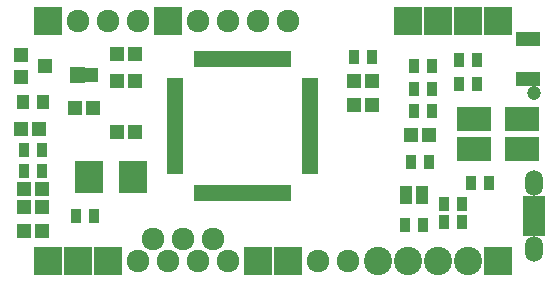
<source format=gbr>
G04 #@! TF.FileFunction,Soldermask,Top*
%FSLAX46Y46*%
G04 Gerber Fmt 4.6, Leading zero omitted, Abs format (unit mm)*
G04 Created by KiCad (PCBNEW 4.0.6) date 07/20/17 15:58:59*
%MOMM*%
%LPD*%
G01*
G04 APERTURE LIST*
%ADD10C,0.100000*%
%ADD11R,1.200000X1.150000*%
%ADD12R,1.000000X1.200000*%
%ADD13R,2.400000X2.400000*%
%ADD14R,2.398980X2.398980*%
%ADD15R,2.400000X2.398980*%
%ADD16C,2.398980*%
%ADD17C,1.924000*%
%ADD18R,0.900000X1.300000*%
%ADD19R,1.400000X0.650000*%
%ADD20R,0.650000X1.400000*%
%ADD21R,1.300000X1.200000*%
%ADD22R,2.100000X1.300000*%
%ADD23R,2.900000X2.100000*%
%ADD24R,1.400000X1.300000*%
%ADD25C,1.200000*%
%ADD26R,2.400000X2.800000*%
%ADD27R,1.000000X1.500000*%
%ADD28R,1.900000X0.850000*%
%ADD29O,1.500000X2.200000*%
%ADD30C,0.900000*%
G04 APERTURE END LIST*
D10*
D11*
X184416000Y-83312000D03*
X185916000Y-83312000D03*
X179590000Y-80772000D03*
X181090000Y-80772000D03*
X151650000Y-89408000D03*
X153150000Y-89408000D03*
X151650000Y-87884000D03*
X153150000Y-87884000D03*
X159524000Y-78740000D03*
X161024000Y-78740000D03*
X159524000Y-76454000D03*
X161024000Y-76454000D03*
X155968000Y-81026000D03*
X157468000Y-81026000D03*
X179590000Y-78740000D03*
X181090000Y-78740000D03*
X159524000Y-83058000D03*
X161024000Y-83058000D03*
D12*
X151550000Y-80518000D03*
X153250000Y-80518000D03*
D13*
X158750000Y-93980000D03*
X191770000Y-93980000D03*
X163830000Y-73660000D03*
D14*
X156210000Y-93980000D03*
D15*
X153670000Y-93980000D03*
D13*
X189230000Y-73660000D03*
X191770000Y-73660000D03*
X184150000Y-73660000D03*
X186690000Y-73660000D03*
D16*
X189230000Y-93980000D03*
X186690000Y-93980000D03*
X184150000Y-93980000D03*
X181610000Y-93980000D03*
D17*
X176530000Y-93980000D03*
D13*
X173990000Y-93980000D03*
X171450000Y-93980000D03*
D18*
X157595000Y-90170000D03*
X156095000Y-90170000D03*
X184670000Y-81280000D03*
X186170000Y-81280000D03*
X151650000Y-86360000D03*
X153150000Y-86360000D03*
X190996000Y-87376000D03*
X189496000Y-87376000D03*
X184416000Y-85598000D03*
X185916000Y-85598000D03*
X187210000Y-90678000D03*
X188710000Y-90678000D03*
X151650000Y-84582000D03*
X153150000Y-84582000D03*
X184670000Y-79375000D03*
X186170000Y-79375000D03*
X188480000Y-78994000D03*
X189980000Y-78994000D03*
X188480000Y-76962000D03*
X189980000Y-76962000D03*
X179590000Y-76708000D03*
X181090000Y-76708000D03*
X184670000Y-77470000D03*
X186170000Y-77470000D03*
D19*
X164480000Y-78800000D03*
X164480000Y-79300000D03*
X164480000Y-79800000D03*
X164480000Y-80300000D03*
X164480000Y-80800000D03*
X164480000Y-81300000D03*
X164480000Y-81800000D03*
X164480000Y-82300000D03*
X164480000Y-82800000D03*
X164480000Y-83300000D03*
X164480000Y-83800000D03*
X164480000Y-84300000D03*
X164480000Y-84800000D03*
X164480000Y-85300000D03*
X164480000Y-85800000D03*
X164480000Y-86300000D03*
D20*
X166430000Y-88250000D03*
X166930000Y-88250000D03*
X167430000Y-88250000D03*
X167930000Y-88250000D03*
X168430000Y-88250000D03*
X168930000Y-88250000D03*
X169430000Y-88250000D03*
X169930000Y-88250000D03*
X170430000Y-88250000D03*
X170930000Y-88250000D03*
X171430000Y-88250000D03*
X171930000Y-88250000D03*
X172430000Y-88250000D03*
X172930000Y-88250000D03*
X173430000Y-88250000D03*
X173930000Y-88250000D03*
D19*
X175880000Y-86300000D03*
X175880000Y-85800000D03*
X175880000Y-85300000D03*
X175880000Y-84800000D03*
X175880000Y-84300000D03*
X175880000Y-83800000D03*
X175880000Y-83300000D03*
X175880000Y-82800000D03*
X175880000Y-82300000D03*
X175880000Y-81800000D03*
X175880000Y-81300000D03*
X175880000Y-80800000D03*
X175880000Y-80300000D03*
X175880000Y-79800000D03*
X175880000Y-79300000D03*
X175880000Y-78800000D03*
D20*
X173930000Y-76850000D03*
X173430000Y-76850000D03*
X172930000Y-76850000D03*
X172430000Y-76850000D03*
X171930000Y-76850000D03*
X171430000Y-76850000D03*
X170930000Y-76850000D03*
X170430000Y-76850000D03*
X169930000Y-76850000D03*
X169430000Y-76850000D03*
X168930000Y-76850000D03*
X168430000Y-76850000D03*
X167930000Y-76850000D03*
X167430000Y-76850000D03*
X166930000Y-76850000D03*
X166430000Y-76850000D03*
D21*
X151400000Y-76520000D03*
X151400000Y-78420000D03*
X153400000Y-77470000D03*
D17*
X162560000Y-92075000D03*
X161290000Y-93980000D03*
X165100000Y-92075000D03*
X166370000Y-93980000D03*
X167640000Y-92075000D03*
X168910000Y-93980000D03*
X163830000Y-93980000D03*
X173990000Y-73660000D03*
X168910000Y-73660000D03*
X179070000Y-93980000D03*
X161290000Y-73660000D03*
X166370000Y-73660000D03*
X171450000Y-73660000D03*
X156210000Y-73660000D03*
X158750000Y-73660000D03*
D22*
X194310000Y-78535000D03*
X194310000Y-75135000D03*
D23*
X193802000Y-84455000D03*
X193802000Y-81915000D03*
X189738000Y-84455000D03*
X189770000Y-81985000D03*
D10*
G36*
X155560000Y-78882000D02*
X155560000Y-77582000D01*
X156860000Y-77582000D01*
X156860000Y-78882000D01*
X155560000Y-78882000D01*
X155560000Y-78882000D01*
G37*
D24*
X157226000Y-78232000D03*
D11*
X153150000Y-91440000D03*
X151650000Y-91440000D03*
X151396000Y-82804000D03*
X152896000Y-82804000D03*
D25*
X194818000Y-79756000D03*
D18*
X188710000Y-89154000D03*
X187210000Y-89154000D03*
D26*
X157154000Y-86868000D03*
X160854000Y-86868000D03*
D27*
X183958000Y-88392000D03*
X185358000Y-88392000D03*
D13*
X153670000Y-73660000D03*
D18*
X183908000Y-90932000D03*
X185408000Y-90932000D03*
D28*
X194818000Y-90170000D03*
X194818000Y-89535000D03*
X194818000Y-90805000D03*
X194818000Y-88900000D03*
X194818000Y-91440000D03*
D29*
X194818000Y-92964000D03*
X194818000Y-87376000D03*
D30*
X195326000Y-90805000D03*
X195326000Y-89535000D03*
X194310000Y-88900000D03*
X194310000Y-90170000D03*
X194310000Y-91440000D03*
M02*

</source>
